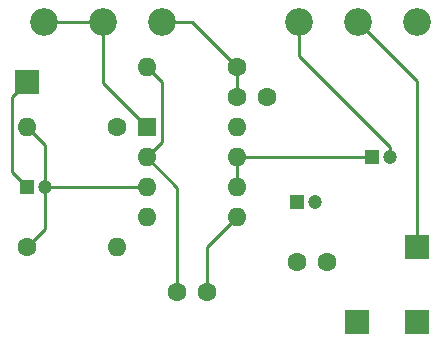
<source format=gbr>
%TF.GenerationSoftware,KiCad,Pcbnew,(5.1.9)-1*%
%TF.CreationDate,2021-02-01T17:32:41+02:00*%
%TF.ProjectId,colour_box,636f6c6f-7572-45f6-926f-782e6b696361,rev?*%
%TF.SameCoordinates,Original*%
%TF.FileFunction,Copper,L1,Top*%
%TF.FilePolarity,Positive*%
%FSLAX46Y46*%
G04 Gerber Fmt 4.6, Leading zero omitted, Abs format (unit mm)*
G04 Created by KiCad (PCBNEW (5.1.9)-1) date 2021-02-01 17:32:41*
%MOMM*%
%LPD*%
G01*
G04 APERTURE LIST*
%TA.AperFunction,ComponentPad*%
%ADD10R,2.000000X2.000000*%
%TD*%
%TA.AperFunction,ComponentPad*%
%ADD11O,1.600000X1.600000*%
%TD*%
%TA.AperFunction,ComponentPad*%
%ADD12R,1.600000X1.600000*%
%TD*%
%TA.AperFunction,ComponentPad*%
%ADD13C,2.340000*%
%TD*%
%TA.AperFunction,ComponentPad*%
%ADD14C,1.600000*%
%TD*%
%TA.AperFunction,ComponentPad*%
%ADD15C,1.200000*%
%TD*%
%TA.AperFunction,ComponentPad*%
%ADD16R,1.200000X1.200000*%
%TD*%
%TA.AperFunction,Conductor*%
%ADD17C,0.250000*%
%TD*%
G04 APERTURE END LIST*
D10*
%TO.P,Input,1*%
%TO.N,Input*%
X111760000Y-81280000D03*
%TD*%
%TO.P,Output,1*%
%TO.N,Output*%
X144780000Y-95250000D03*
%TD*%
%TO.P,GND,1*%
%TO.N,GND*%
X144780000Y-101600000D03*
%TD*%
%TO.P,+9V,1*%
%TO.N,+9V*%
X139700000Y-101600000D03*
%TD*%
D11*
%TO.P,U1,8*%
%TO.N,+9V*%
X129540000Y-85090000D03*
%TO.P,U1,4*%
%TO.N,GND*%
X121920000Y-92710000D03*
%TO.P,U1,7*%
%TO.N,Net-(C6-Pad1)*%
X129540000Y-87630000D03*
%TO.P,U1,3*%
%TO.N,Net-(C1-Pad2)*%
X121920000Y-90170000D03*
%TO.P,U1,6*%
%TO.N,Net-(C6-Pad1)*%
X129540000Y-90170000D03*
%TO.P,U1,2*%
%TO.N,Net-(C2-Pad2)*%
X121920000Y-87630000D03*
%TO.P,U1,5*%
%TO.N,Net-(C2-Pad1)*%
X129540000Y-92710000D03*
D12*
%TO.P,U1,1*%
X121920000Y-85090000D03*
%TD*%
D13*
%TO.P,100k Volume,1*%
%TO.N,GND*%
X144780000Y-76200000D03*
%TO.P,100k Volume,2*%
%TO.N,Output*%
X139780000Y-76200000D03*
%TO.P,100k Volume,3*%
%TO.N,Net-(C6-Pad2)*%
X134780000Y-76200000D03*
%TD*%
%TO.P,220k Colour,1*%
%TO.N,Net-(C3-Pad1)*%
X123190000Y-76200000D03*
%TO.P,220k Colour,2*%
%TO.N,Net-(C2-Pad1)*%
X118190000Y-76200000D03*
%TO.P,220k Colour,3*%
X113190000Y-76200000D03*
%TD*%
D11*
%TO.P,R3,2*%
%TO.N,Net-(C2-Pad2)*%
X121920000Y-80010000D03*
D14*
%TO.P,R3,1*%
%TO.N,Net-(C3-Pad1)*%
X129540000Y-80010000D03*
%TD*%
D11*
%TO.P,R2,2*%
%TO.N,GND*%
X119380000Y-95250000D03*
D14*
%TO.P,R2,1*%
%TO.N,Net-(C1-Pad2)*%
X111760000Y-95250000D03*
%TD*%
D11*
%TO.P,R1,2*%
%TO.N,Net-(C1-Pad2)*%
X111760000Y-85090000D03*
D14*
%TO.P,R1,1*%
%TO.N,+9V*%
X119380000Y-85090000D03*
%TD*%
D15*
%TO.P,C6,2*%
%TO.N,Net-(C6-Pad2)*%
X142470000Y-87630000D03*
D16*
%TO.P,C6,1*%
%TO.N,Net-(C6-Pad1)*%
X140970000Y-87630000D03*
%TD*%
D14*
%TO.P,C5,2*%
%TO.N,+9V*%
X134660000Y-96520000D03*
%TO.P,C5,1*%
%TO.N,GND*%
X137160000Y-96520000D03*
%TD*%
D15*
%TO.P,C4,2*%
%TO.N,GND*%
X136120000Y-91440000D03*
D16*
%TO.P,C4,1*%
%TO.N,+9V*%
X134620000Y-91440000D03*
%TD*%
D14*
%TO.P,C3,2*%
%TO.N,GND*%
X132040000Y-82550000D03*
%TO.P,C3,1*%
%TO.N,Net-(C3-Pad1)*%
X129540000Y-82550000D03*
%TD*%
%TO.P,C2,2*%
%TO.N,Net-(C2-Pad2)*%
X124500000Y-99060000D03*
%TO.P,C2,1*%
%TO.N,Net-(C2-Pad1)*%
X127000000Y-99060000D03*
%TD*%
D15*
%TO.P,C1,2*%
%TO.N,Net-(C1-Pad2)*%
X113260000Y-90170000D03*
D16*
%TO.P,C1,1*%
%TO.N,Input*%
X111760000Y-90170000D03*
%TD*%
D17*
%TO.N,Net-(C1-Pad2)*%
X113260000Y-86590000D02*
X111760000Y-85090000D01*
X113260000Y-90170000D02*
X113260000Y-86590000D01*
X113260000Y-93750000D02*
X113260000Y-90170000D01*
X111760000Y-95250000D02*
X113260000Y-93750000D01*
X113260000Y-90170000D02*
X121920000Y-90170000D01*
%TO.N,Input*%
X111760000Y-81280000D02*
X110490000Y-82550000D01*
X110490000Y-88900000D02*
X111760000Y-90170000D01*
X110490000Y-82550000D02*
X110490000Y-88900000D01*
%TO.N,Net-(C2-Pad2)*%
X121920000Y-80010000D02*
X123190000Y-81280000D01*
X123190000Y-86360000D02*
X121920000Y-87630000D01*
X123190000Y-81280000D02*
X123190000Y-86360000D01*
X124500000Y-90210000D02*
X121920000Y-87630000D01*
X124500000Y-99060000D02*
X124500000Y-90210000D01*
%TO.N,Net-(C2-Pad1)*%
X118190000Y-81360000D02*
X118190000Y-76200000D01*
X121920000Y-85090000D02*
X118190000Y-81360000D01*
X118190000Y-76200000D02*
X113190000Y-76200000D01*
X127000000Y-95250000D02*
X129540000Y-92710000D01*
X127000000Y-99060000D02*
X127000000Y-95250000D01*
%TO.N,Net-(C3-Pad1)*%
X125730000Y-76200000D02*
X129540000Y-80010000D01*
X123190000Y-76200000D02*
X125730000Y-76200000D01*
X129540000Y-80010000D02*
X129540000Y-82550000D01*
%TO.N,Net-(C6-Pad2)*%
X134780000Y-79091472D02*
X134780000Y-76200000D01*
X142470000Y-86781472D02*
X134780000Y-79091472D01*
X142470000Y-87630000D02*
X142470000Y-86781472D01*
%TO.N,Net-(C6-Pad1)*%
X129540000Y-87630000D02*
X140970000Y-87630000D01*
X129540000Y-90170000D02*
X129540000Y-87630000D01*
%TO.N,Output*%
X144780000Y-81200000D02*
X144780000Y-95250000D01*
X139780000Y-76200000D02*
X144780000Y-81200000D01*
%TD*%
M02*

</source>
